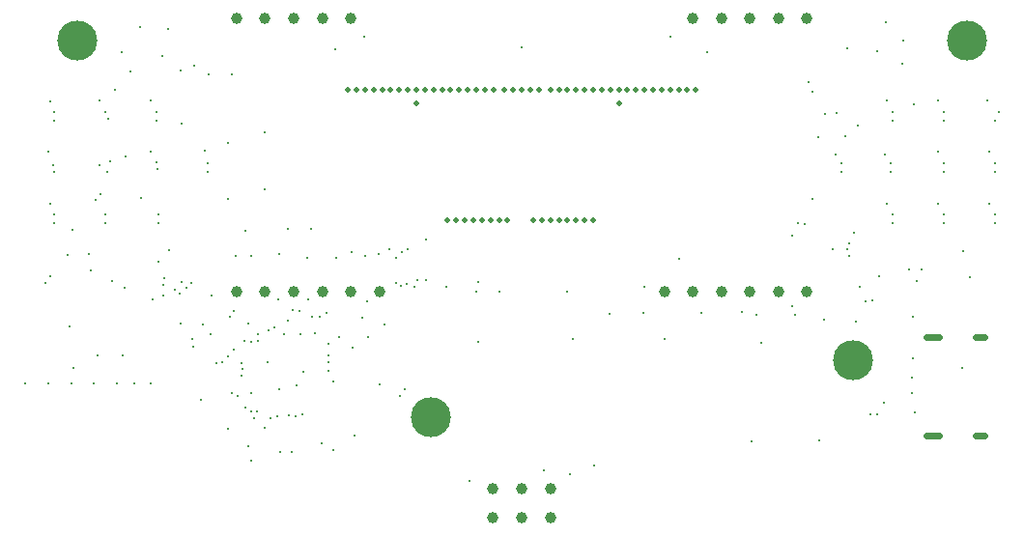
<source format=gbr>
%TF.GenerationSoftware,KiCad,Pcbnew,8.0.6*%
%TF.CreationDate,2024-12-15T00:01:44-05:00*%
%TF.ProjectId,VFDSAO,56464453-414f-42e6-9b69-6361645f7063,rev?*%
%TF.SameCoordinates,Original*%
%TF.FileFunction,Plated,1,4,PTH,Mixed*%
%TF.FilePolarity,Positive*%
%FSLAX46Y46*%
G04 Gerber Fmt 4.6, Leading zero omitted, Abs format (unit mm)*
G04 Created by KiCad (PCBNEW 8.0.6) date 2024-12-15 00:01:44*
%MOMM*%
%LPD*%
G01*
G04 APERTURE LIST*
%TA.AperFunction,ViaDrill*%
%ADD10C,0.200000*%
%TD*%
%TA.AperFunction,ComponentDrill*%
%ADD11C,0.300000*%
%TD*%
%TA.AperFunction,ViaDrill*%
%ADD12C,0.500000*%
%TD*%
G04 aperture for slot hole*
%TA.AperFunction,ComponentDrill*%
%ADD13C,0.600000*%
%TD*%
%TA.AperFunction,ComponentDrill*%
%ADD14C,1.000000*%
%TD*%
%TA.AperFunction,ComponentDrill*%
%ADD15C,3.500000*%
%TD*%
G04 APERTURE END LIST*
D10*
X56500000Y-95000000D03*
X56500000Y-95000000D03*
X58250000Y-86250000D03*
X58500000Y-74750000D03*
X58500000Y-95000000D03*
X58625000Y-85600000D03*
X58628554Y-70328554D03*
X58650000Y-79250000D03*
X58896446Y-75853554D03*
X59000000Y-71250000D03*
X59000000Y-72000000D03*
X59000000Y-76500000D03*
X59000000Y-80250000D03*
X59000000Y-81000000D03*
X60200000Y-83800000D03*
X60400000Y-90000000D03*
X60500000Y-95000000D03*
X60650000Y-81600000D03*
X60700000Y-93700000D03*
X62050000Y-83650000D03*
X62200000Y-85100000D03*
X62500000Y-95000000D03*
X62610683Y-78911251D03*
X62850000Y-92600000D03*
X62950000Y-75900000D03*
X63000000Y-70250000D03*
X63067025Y-78475867D03*
X63500000Y-71250000D03*
X63500000Y-80250000D03*
X63500000Y-81000000D03*
X63645000Y-76500000D03*
X63703554Y-71796446D03*
X63900000Y-75550000D03*
X64050000Y-86050000D03*
X64350000Y-69250000D03*
X64500000Y-95000000D03*
X64950000Y-65950000D03*
X65000000Y-92550000D03*
X65200000Y-86625000D03*
X65250000Y-75150000D03*
X65700000Y-67700000D03*
X66000000Y-95000000D03*
X66550000Y-63800000D03*
X66600000Y-78800000D03*
X67500000Y-70250000D03*
X67500000Y-74750000D03*
X67500000Y-95000000D03*
X67600000Y-87700000D03*
X67986832Y-75657906D03*
X68000000Y-71250000D03*
X68000000Y-72000000D03*
X68071759Y-76251867D03*
X68117500Y-80250000D03*
X68117500Y-81000000D03*
X68150000Y-84337500D03*
X68500000Y-66300000D03*
X68562309Y-86423044D03*
X68600000Y-87350000D03*
X68695562Y-85838025D03*
X69000000Y-64000000D03*
X69100000Y-83350000D03*
X69623191Y-86776819D03*
X70019765Y-87162229D03*
X70100000Y-89750000D03*
X70120405Y-67622487D03*
X70150000Y-86150000D03*
X70200000Y-72250000D03*
X70642893Y-86657107D03*
X71049609Y-86254111D03*
X71100000Y-91100000D03*
X71200000Y-91800000D03*
X71300000Y-67200000D03*
X72000000Y-89900000D03*
X72200000Y-74600000D03*
X72480000Y-75750000D03*
X72480000Y-76500000D03*
X72550000Y-67950000D03*
X72750000Y-90750000D03*
X72800000Y-87300000D03*
X73225000Y-93225000D03*
X73750000Y-93200000D03*
X74250000Y-73950000D03*
X74250000Y-78850000D03*
X74250000Y-92700000D03*
X74250000Y-99050000D03*
X74408384Y-89193256D03*
X74550000Y-95900000D03*
X74600000Y-67900000D03*
X74750000Y-88700000D03*
X74750000Y-92099997D03*
X74950000Y-83850008D03*
X75050000Y-96100000D03*
X75430959Y-94365000D03*
X75450000Y-93225000D03*
X75508035Y-93769969D03*
X75693394Y-91273395D03*
X75800000Y-81650000D03*
X75800000Y-97150000D03*
X76000000Y-100500000D03*
X76016222Y-89745300D03*
X76250000Y-95850000D03*
X76250000Y-97450000D03*
X76273663Y-91426010D03*
X76275000Y-101785000D03*
X76300000Y-83850000D03*
X76550000Y-98100000D03*
X76800000Y-97450000D03*
X76861404Y-91305327D03*
X76900000Y-90700000D03*
X77450000Y-98950000D03*
X77500000Y-73000000D03*
X77500000Y-78000000D03*
X77750000Y-93200000D03*
X77793685Y-90391392D03*
X77968902Y-98081155D03*
X78327258Y-90127862D03*
X78600021Y-97950021D03*
X78650000Y-87625000D03*
X78750000Y-83700000D03*
X78750000Y-95550000D03*
X78825000Y-101050000D03*
X79175000Y-90711981D03*
X79500000Y-81500000D03*
X79500000Y-89500000D03*
X79550000Y-97850000D03*
X79800000Y-101075000D03*
X79939595Y-88625000D03*
X80162230Y-97901063D03*
X80243554Y-95163554D03*
X80469907Y-88677018D03*
X80625000Y-90725000D03*
X80742905Y-97750000D03*
X80850000Y-94000000D03*
X81150000Y-84020000D03*
X81250000Y-87700000D03*
X81500000Y-81500000D03*
X81649997Y-89150000D03*
X81840564Y-90650000D03*
X82299998Y-89150000D03*
X82450000Y-100300000D03*
X82917512Y-88882503D03*
X83025000Y-91593871D03*
X83034017Y-93919725D03*
X83050000Y-93200000D03*
X83090862Y-92590870D03*
X83450000Y-100900000D03*
X83457873Y-94870293D03*
X83650000Y-65700000D03*
X83700000Y-84000000D03*
X84021078Y-90986737D03*
X85100000Y-83500000D03*
X85150000Y-91900000D03*
X85300000Y-99600000D03*
X86050000Y-89300000D03*
X86200000Y-64650000D03*
X86225000Y-83825000D03*
X86400000Y-87800000D03*
X86550000Y-90950000D03*
X87450000Y-83650000D03*
X87575000Y-95100000D03*
X88000000Y-89900000D03*
X88400000Y-83250000D03*
X89000000Y-84000000D03*
X89000010Y-86200000D03*
X89303554Y-96103554D03*
X89431175Y-86499536D03*
X89500000Y-83537792D03*
X89700000Y-95500000D03*
X89931069Y-86339119D03*
X89974955Y-83267179D03*
X90625003Y-86575003D03*
X90825250Y-86009400D03*
X91600000Y-86000000D03*
X91600006Y-82450000D03*
X93400000Y-86550000D03*
X95400000Y-103600000D03*
X96000000Y-87000000D03*
X96150000Y-86100000D03*
X96175000Y-91425000D03*
X98000000Y-87000000D03*
X99950000Y-65550000D03*
X101900000Y-102650000D03*
X104000000Y-87000000D03*
X104250000Y-102950000D03*
X104500000Y-91150000D03*
X106350000Y-102250000D03*
X107700000Y-88900000D03*
X110650000Y-88850000D03*
X110750000Y-86600000D03*
X112500000Y-91150000D03*
X113000000Y-64650000D03*
X113750000Y-84100000D03*
X115750000Y-88850000D03*
X116200000Y-65980000D03*
X119250000Y-88800000D03*
X120150000Y-100150000D03*
X120550000Y-89050000D03*
X121000000Y-91500000D03*
X123653554Y-82046897D03*
X123700000Y-88250000D03*
X123950000Y-89000000D03*
X124212868Y-80951393D03*
X124800000Y-81075000D03*
X125100000Y-68600000D03*
X125425000Y-78850000D03*
X125450000Y-69500000D03*
X126003554Y-73403554D03*
X126100000Y-100050000D03*
X126500000Y-89450000D03*
X126600000Y-71400000D03*
X127276255Y-83250000D03*
X127500000Y-75000000D03*
X127571119Y-71332975D03*
X128000000Y-75750000D03*
X128000000Y-76500000D03*
X128350000Y-73325000D03*
X128475000Y-65625000D03*
X128530251Y-83272615D03*
X128700000Y-82750000D03*
X128700000Y-83825000D03*
X129075000Y-81850000D03*
X129300000Y-89575000D03*
X129475000Y-72400000D03*
X129600000Y-86525000D03*
X130125000Y-87825000D03*
X130525000Y-97750000D03*
X130750000Y-87750000D03*
X131125000Y-97750000D03*
X131150000Y-65875000D03*
X131319087Y-85630913D03*
X131750000Y-96750000D03*
X131775000Y-74925000D03*
X131900000Y-63400000D03*
X132000000Y-70250000D03*
X132000000Y-79250000D03*
X132362500Y-75750000D03*
X132362500Y-76500000D03*
X132500000Y-71250000D03*
X132500000Y-72000000D03*
X132500000Y-80250000D03*
X132500000Y-81000000D03*
X133300000Y-67000000D03*
X133400000Y-65000000D03*
X133943506Y-85016097D03*
X134150000Y-94525000D03*
X134150000Y-95850000D03*
X134250000Y-89200000D03*
X134300000Y-92800000D03*
X134325000Y-70600000D03*
X134400000Y-97600000D03*
X134575000Y-86050000D03*
X135067338Y-85067251D03*
X136500000Y-70250000D03*
X136500000Y-74750000D03*
X136500000Y-79250000D03*
X137000000Y-71250000D03*
X137000000Y-72000000D03*
X137000000Y-75750000D03*
X137000000Y-76500000D03*
X137000000Y-80250000D03*
X137000000Y-81000000D03*
X138550000Y-93700000D03*
X138700000Y-83400000D03*
X139250000Y-85700000D03*
X140808578Y-70208578D03*
X141000000Y-74750000D03*
X141000000Y-79250000D03*
X141500000Y-72000000D03*
X141500000Y-75750000D03*
X141500000Y-76500000D03*
X141500000Y-80250000D03*
X141500000Y-81000000D03*
X141800000Y-71250000D03*
D11*
%TO.C,AE11*%
X71900000Y-96445000D03*
%TD*%
D12*
X84750000Y-69250000D03*
X84750000Y-69250000D03*
X85500000Y-69250000D03*
X85500000Y-69250000D03*
X86250000Y-69250000D03*
X87000000Y-69250000D03*
X87750000Y-69250000D03*
X87750000Y-69250000D03*
X88500000Y-69250000D03*
X89250000Y-69250000D03*
X90000000Y-69250000D03*
X90750000Y-69250000D03*
X90750000Y-70500000D03*
X91500000Y-69250000D03*
X92250000Y-69250000D03*
X93000000Y-69250000D03*
X93500000Y-80750000D03*
X93750000Y-69250000D03*
X94250000Y-80750000D03*
X94250000Y-80750000D03*
X94500000Y-69250000D03*
X95000000Y-80750000D03*
X95250000Y-69250000D03*
X95750000Y-80750000D03*
X96000000Y-69250000D03*
X96500000Y-80750000D03*
X96750000Y-69250000D03*
X97250000Y-80750000D03*
X97500000Y-69250000D03*
X98000000Y-80750000D03*
X98500000Y-69250000D03*
X98750000Y-80750000D03*
X99250000Y-69250000D03*
X100000000Y-69250000D03*
X100750000Y-69250000D03*
X101000000Y-80750000D03*
X101500000Y-69250000D03*
X101750000Y-80750000D03*
X101750000Y-80750000D03*
X102500000Y-69250000D03*
X102500000Y-80750000D03*
X103250000Y-69250000D03*
X103250000Y-80750000D03*
X104000000Y-69250000D03*
X104000000Y-80750000D03*
X104750000Y-69250000D03*
X104750000Y-80750000D03*
X105500000Y-69250000D03*
X105500000Y-80750000D03*
X106250000Y-69250000D03*
X106250000Y-80750000D03*
X106250000Y-80750000D03*
X107000000Y-69250000D03*
X107750000Y-69250000D03*
X108500000Y-69250000D03*
X108500000Y-70500000D03*
X109250000Y-69250000D03*
X109250000Y-69250000D03*
X110000000Y-69250000D03*
X110750000Y-69250000D03*
X111500000Y-69250000D03*
X112250000Y-69250000D03*
X113000000Y-69250000D03*
X113750000Y-69250000D03*
X114500000Y-69250000D03*
X115250000Y-69250000D03*
X115250000Y-69250000D03*
D13*
%TO.C,J11*%
X136525000Y-90930000D02*
X135425000Y-90930000D01*
X136525000Y-99570000D02*
X135425000Y-99570000D01*
X140555000Y-90930000D02*
X139755000Y-90930000D01*
X140555000Y-99570000D02*
X139755000Y-99570000D01*
D14*
%TO.C,D25*%
X75000000Y-63000000D03*
X75000000Y-87000000D03*
X77500000Y-63000000D03*
X77500000Y-87000000D03*
X80000000Y-63000000D03*
X80000000Y-87000000D03*
X82500000Y-63000000D03*
X82500000Y-87000000D03*
X85000000Y-63000000D03*
X85000000Y-87000000D03*
X87500000Y-87000000D03*
%TO.C,J16*%
X97455000Y-104247500D03*
X97455000Y-106787500D03*
X99995000Y-104247500D03*
X99995000Y-106787500D03*
X102535000Y-104247500D03*
X102535000Y-106787500D03*
%TO.C,D25*%
X112500000Y-87000000D03*
X115000000Y-63000000D03*
X115000000Y-87000000D03*
X117500000Y-63000000D03*
X117500000Y-87000000D03*
X120000000Y-63000000D03*
X120000000Y-87000000D03*
X122500000Y-63000000D03*
X122500000Y-87000000D03*
X125000000Y-63000000D03*
X125000000Y-87000000D03*
D15*
%TO.C,H13*%
X61000000Y-65000000D03*
%TO.C,H11*%
X92000000Y-98000000D03*
%TO.C,H12*%
X129000000Y-93000000D03*
%TO.C,H14*%
X139000000Y-65000000D03*
M02*

</source>
